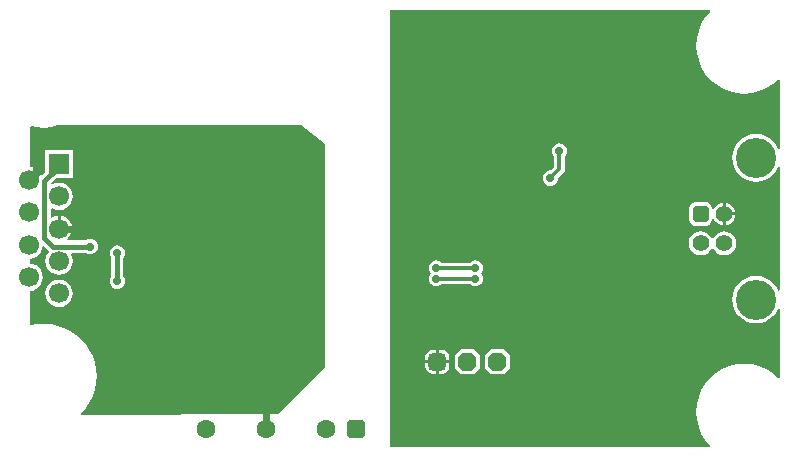
<source format=gbl>
G04*
G04 #@! TF.GenerationSoftware,Altium Limited,Altium Designer,24.3.1 (35)*
G04*
G04 Layer_Physical_Order=2*
G04 Layer_Color=16711680*
%FSLAX25Y25*%
%MOIN*%
G70*
G04*
G04 #@! TF.SameCoordinates,DD41D466-AE5E-4816-99C6-3666686ED4B2*
G04*
G04*
G04 #@! TF.FilePolarity,Positive*
G04*
G01*
G75*
%ADD28C,0.01181*%
%ADD60C,0.01575*%
%ADD61C,0.02362*%
%ADD66C,0.06693*%
%ADD67R,0.06693X0.06693*%
G04:AMPARAMS|DCode=68|XSize=59.06mil|YSize=59.06mil|CornerRadius=14.76mil|HoleSize=0mil|Usage=FLASHONLY|Rotation=0.000|XOffset=0mil|YOffset=0mil|HoleType=Round|Shape=RoundedRectangle|*
%AMROUNDEDRECTD68*
21,1,0.05906,0.02953,0,0,0.0*
21,1,0.02953,0.05906,0,0,0.0*
1,1,0.02953,0.01476,-0.01476*
1,1,0.02953,-0.01476,-0.01476*
1,1,0.02953,-0.01476,0.01476*
1,1,0.02953,0.01476,0.01476*
%
%ADD68ROUNDEDRECTD68*%
G04:AMPARAMS|DCode=69|XSize=59.06mil|YSize=59.06mil|CornerRadius=0mil|HoleSize=0mil|Usage=FLASHONLY|Rotation=0.000|XOffset=0mil|YOffset=0mil|HoleType=Round|Shape=Octagon|*
%AMOCTAGOND69*
4,1,8,0.02953,-0.01476,0.02953,0.01476,0.01476,0.02953,-0.01476,0.02953,-0.02953,0.01476,-0.02953,-0.01476,-0.01476,-0.02953,0.01476,-0.02953,0.02953,-0.01476,0.0*
%
%ADD69OCTAGOND69*%

%ADD70C,0.13386*%
%ADD71C,0.05512*%
G04:AMPARAMS|DCode=72|XSize=55.12mil|YSize=55.12mil|CornerRadius=13.78mil|HoleSize=0mil|Usage=FLASHONLY|Rotation=90.000|XOffset=0mil|YOffset=0mil|HoleType=Round|Shape=RoundedRectangle|*
%AMROUNDEDRECTD72*
21,1,0.05512,0.02756,0,0,90.0*
21,1,0.02756,0.05512,0,0,90.0*
1,1,0.02756,0.01378,0.01378*
1,1,0.02756,0.01378,-0.01378*
1,1,0.02756,-0.01378,-0.01378*
1,1,0.02756,-0.01378,0.01378*
%
%ADD72ROUNDEDRECTD72*%
%ADD73C,0.06299*%
G04:AMPARAMS|DCode=74|XSize=62.99mil|YSize=62.99mil|CornerRadius=15.75mil|HoleSize=0mil|Usage=FLASHONLY|Rotation=0.000|XOffset=0mil|YOffset=0mil|HoleType=Round|Shape=RoundedRectangle|*
%AMROUNDEDRECTD74*
21,1,0.06299,0.03150,0,0,0.0*
21,1,0.03150,0.06299,0,0,0.0*
1,1,0.03150,0.01575,-0.01575*
1,1,0.03150,-0.01575,-0.01575*
1,1,0.03150,-0.01575,0.01575*
1,1,0.03150,0.01575,0.01575*
%
%ADD74ROUNDEDRECTD74*%
%ADD75C,0.02756*%
G36*
X116142Y104904D02*
X116142Y30512D01*
X100465Y14835D01*
X35032Y14749D01*
X34977Y14896D01*
X34911Y15249D01*
X36372Y16915D01*
X37643Y18816D01*
X38655Y20868D01*
X39390Y23033D01*
X39836Y25277D01*
X39985Y27559D01*
X39836Y29841D01*
X39390Y32085D01*
X38655Y34251D01*
X37643Y36302D01*
X36372Y38203D01*
X34864Y39923D01*
X33145Y41431D01*
X31243Y42702D01*
X29191Y43714D01*
X27026Y44449D01*
X24782Y44895D01*
X22500Y45044D01*
X20218Y44895D01*
X18216Y44497D01*
X17717Y44832D01*
Y56033D01*
X18687Y56161D01*
X19793Y56619D01*
X20743Y57348D01*
X21471Y58298D01*
X21929Y59404D01*
X22086Y60590D01*
X21929Y61777D01*
X21471Y62883D01*
X20743Y63833D01*
X19793Y64562D01*
X18687Y65020D01*
X17717Y65148D01*
Y66821D01*
X18687Y66948D01*
X19793Y67407D01*
X20743Y68135D01*
X21471Y69085D01*
X21929Y70191D01*
X22018Y70866D01*
X22546Y71045D01*
X23961Y69630D01*
X24188Y69321D01*
X24014Y68910D01*
X23529Y68277D01*
X23071Y67171D01*
X22914Y65984D01*
X23071Y64797D01*
X23529Y63691D01*
X24257Y62742D01*
X25207Y62013D01*
X26313Y61555D01*
X27500Y61399D01*
X28687Y61555D01*
X29793Y62013D01*
X30743Y62742D01*
X31471Y63691D01*
X31929Y64797D01*
X32086Y65984D01*
X31929Y67171D01*
X31471Y68277D01*
X31426Y68336D01*
X31647Y68785D01*
X36343D01*
X36637Y68559D01*
X37264Y68299D01*
X37937Y68211D01*
X38610Y68299D01*
X39237Y68559D01*
X39776Y68972D01*
X40189Y69511D01*
X40449Y70138D01*
X40537Y70811D01*
X40449Y71484D01*
X40189Y72111D01*
X39776Y72650D01*
X39237Y73063D01*
X38610Y73323D01*
X37937Y73411D01*
X37264Y73323D01*
X36637Y73063D01*
X36343Y72837D01*
X30334D01*
X30164Y73337D01*
X30600Y73672D01*
X31297Y74580D01*
X31735Y75637D01*
X31818Y76272D01*
X27500D01*
Y76772D01*
X27000D01*
Y81090D01*
X26365Y81006D01*
X25308Y80568D01*
X25113Y80418D01*
X24664Y80639D01*
Y83439D01*
X25113Y83660D01*
X25207Y83588D01*
X26313Y83130D01*
X27500Y82973D01*
X28687Y83130D01*
X29793Y83588D01*
X30743Y84316D01*
X31471Y85266D01*
X31929Y86372D01*
X32086Y87559D01*
X31929Y88746D01*
X31471Y89852D01*
X30743Y90802D01*
X29793Y91530D01*
X28687Y91988D01*
X27500Y92145D01*
X26313Y91988D01*
X25207Y91530D01*
X24914Y91930D01*
X26784Y93800D01*
X32046D01*
Y102893D01*
X22954D01*
Y95701D01*
X21937Y94685D01*
X21447Y94782D01*
X21297Y95145D01*
X20600Y96053D01*
X19692Y96749D01*
X18635Y97187D01*
X17717Y97308D01*
Y110810D01*
X18109Y111119D01*
X20071Y110648D01*
X22500Y110457D01*
X24929Y110648D01*
X27298Y111217D01*
X27307Y111221D01*
X108156D01*
X116142Y104904D01*
D02*
G37*
G36*
X244493Y149361D02*
X244543Y149072D01*
X242951Y147208D01*
X241638Y145065D01*
X240676Y142744D01*
X240090Y140300D01*
X239892Y137795D01*
X240090Y135290D01*
X240676Y132847D01*
X241638Y130526D01*
X242951Y128383D01*
X244583Y126472D01*
X246493Y124840D01*
X248636Y123528D01*
X250957Y122566D01*
X253400Y121979D01*
X255906Y121782D01*
X258411Y121979D01*
X260854Y122566D01*
X263175Y123528D01*
X265318Y124840D01*
X267183Y126433D01*
X267471Y126383D01*
X267683Y126305D01*
Y103461D01*
X267183Y103387D01*
X267170Y103429D01*
X266437Y104800D01*
X265451Y106002D01*
X264249Y106988D01*
X262878Y107721D01*
X261390Y108172D01*
X259842Y108325D01*
X258295Y108172D01*
X256807Y107721D01*
X255436Y106988D01*
X254234Y106002D01*
X253248Y104800D01*
X252515Y103429D01*
X252064Y101941D01*
X251911Y100394D01*
X252064Y98846D01*
X252515Y97359D01*
X253248Y95987D01*
X254234Y94786D01*
X255436Y93799D01*
X256807Y93066D01*
X258295Y92615D01*
X259842Y92463D01*
X261390Y92615D01*
X262878Y93066D01*
X264249Y93799D01*
X265451Y94786D01*
X266437Y95987D01*
X267170Y97359D01*
X267183Y97400D01*
X267683Y97326D01*
Y56217D01*
X267183Y56143D01*
X267170Y56185D01*
X266437Y57556D01*
X265451Y58758D01*
X264249Y59744D01*
X262878Y60477D01*
X261390Y60928D01*
X259842Y61081D01*
X258295Y60928D01*
X256807Y60477D01*
X255436Y59744D01*
X254234Y58758D01*
X253248Y57556D01*
X252515Y56185D01*
X252064Y54697D01*
X251911Y53150D01*
X252064Y51602D01*
X252515Y50115D01*
X253248Y48743D01*
X254234Y47541D01*
X255436Y46555D01*
X256807Y45822D01*
X258295Y45371D01*
X259842Y45219D01*
X261390Y45371D01*
X262878Y45822D01*
X264249Y46555D01*
X265451Y47541D01*
X266437Y48743D01*
X267170Y50115D01*
X267183Y50156D01*
X267683Y50082D01*
Y27239D01*
X267471Y27160D01*
X267183Y27110D01*
X265318Y28703D01*
X263175Y30016D01*
X260854Y30977D01*
X258411Y31564D01*
X255906Y31761D01*
X253400Y31564D01*
X250957Y30977D01*
X248636Y30016D01*
X246493Y28703D01*
X244583Y27071D01*
X242951Y25160D01*
X241638Y23018D01*
X240676Y20696D01*
X240090Y18253D01*
X239892Y15748D01*
X240090Y13243D01*
X240676Y10800D01*
X241638Y8478D01*
X242951Y6336D01*
X244543Y4471D01*
X244493Y4183D01*
X244415Y3971D01*
X137795D01*
Y149572D01*
X244415D01*
X244493Y149361D01*
D02*
G37*
%LPC*%
G36*
X28000Y81090D02*
Y77272D01*
X31818D01*
X31735Y77906D01*
X31297Y78964D01*
X30600Y79872D01*
X29692Y80568D01*
X28635Y81006D01*
X28000Y81090D01*
D02*
G37*
G36*
X46937Y71177D02*
X46264Y71088D01*
X45637Y70828D01*
X45098Y70415D01*
X44685Y69876D01*
X44425Y69249D01*
X44337Y68576D01*
X44425Y67903D01*
X44685Y67276D01*
X44911Y66982D01*
Y60905D01*
X44685Y60611D01*
X44425Y59984D01*
X44337Y59311D01*
X44425Y58638D01*
X44685Y58011D01*
X45098Y57472D01*
X45637Y57059D01*
X46264Y56799D01*
X46937Y56711D01*
X47610Y56799D01*
X48237Y57059D01*
X48776Y57472D01*
X49189Y58011D01*
X49449Y58638D01*
X49537Y59311D01*
X49449Y59984D01*
X49189Y60611D01*
X48963Y60905D01*
Y66982D01*
X49189Y67276D01*
X49449Y67903D01*
X49537Y68576D01*
X49449Y69249D01*
X49189Y69876D01*
X48776Y70415D01*
X48237Y70828D01*
X47610Y71088D01*
X46937Y71177D01*
D02*
G37*
G36*
X27500Y59782D02*
X26313Y59626D01*
X25207Y59168D01*
X24257Y58439D01*
X23529Y57490D01*
X23071Y56384D01*
X22914Y55197D01*
X23071Y54010D01*
X23529Y52904D01*
X24257Y51954D01*
X25207Y51226D01*
X26313Y50767D01*
X27500Y50611D01*
X28687Y50767D01*
X29793Y51226D01*
X30743Y51954D01*
X31471Y52904D01*
X31929Y54010D01*
X32086Y55197D01*
X31929Y56384D01*
X31471Y57490D01*
X30743Y58439D01*
X29793Y59168D01*
X28687Y59626D01*
X27500Y59782D01*
D02*
G37*
G36*
X194299Y105214D02*
X193626Y105126D01*
X192999Y104866D01*
X192461Y104453D01*
X192047Y103914D01*
X191788Y103287D01*
X191699Y102614D01*
X191788Y101941D01*
X192047Y101314D01*
X192461Y100776D01*
X192474Y100766D01*
Y97370D01*
X191315Y96212D01*
X191299Y96214D01*
X190626Y96126D01*
X189999Y95866D01*
X189461Y95453D01*
X189047Y94914D01*
X188788Y94287D01*
X188699Y93614D01*
X188788Y92941D01*
X189047Y92314D01*
X189461Y91776D01*
X189999Y91362D01*
X190626Y91103D01*
X191299Y91014D01*
X191972Y91103D01*
X192599Y91362D01*
X193138Y91776D01*
X193551Y92314D01*
X193811Y92941D01*
X193899Y93614D01*
X193897Y93630D01*
X195590Y95323D01*
X195590Y95323D01*
X195986Y95916D01*
X196125Y96614D01*
X196125Y96614D01*
Y100766D01*
X196138Y100776D01*
X196551Y101314D01*
X196811Y101941D01*
X196899Y102614D01*
X196811Y103287D01*
X196551Y103914D01*
X196138Y104453D01*
X195599Y104866D01*
X194972Y105126D01*
X194299Y105214D01*
D02*
G37*
G36*
X249713Y85415D02*
Y82193D01*
X252935D01*
X252872Y82673D01*
X252493Y83587D01*
X251891Y84372D01*
X251107Y84974D01*
X250193Y85352D01*
X249713Y85415D01*
D02*
G37*
G36*
X252935Y81193D02*
X249713D01*
Y77970D01*
X250193Y78034D01*
X251107Y78412D01*
X251891Y79014D01*
X252493Y79799D01*
X252872Y80712D01*
X252935Y81193D01*
D02*
G37*
G36*
X242717Y85671D02*
X239961D01*
X239288Y85583D01*
X238661Y85323D01*
X238122Y84909D01*
X237709Y84371D01*
X237449Y83744D01*
X237360Y83071D01*
Y80315D01*
X237449Y79642D01*
X237709Y79015D01*
X238122Y78476D01*
X238661Y78063D01*
X239288Y77803D01*
X239961Y77715D01*
X242717D01*
X243390Y77803D01*
X244017Y78063D01*
X244555Y78476D01*
X244968Y79015D01*
X245228Y79642D01*
X245283Y80059D01*
X245796Y80126D01*
X245932Y79799D01*
X246534Y79014D01*
X247318Y78412D01*
X248232Y78034D01*
X248713Y77970D01*
Y81693D01*
Y85415D01*
X248232Y85352D01*
X247318Y84974D01*
X246534Y84372D01*
X245932Y83587D01*
X245796Y83260D01*
X245283Y83327D01*
X245228Y83744D01*
X244968Y84371D01*
X244555Y84909D01*
X244017Y85323D01*
X243390Y85583D01*
X242717Y85671D01*
D02*
G37*
G36*
X249213Y75840D02*
X248180Y75704D01*
X247218Y75306D01*
X246391Y74672D01*
X245757Y73845D01*
X245546Y73336D01*
X245005D01*
X244794Y73845D01*
X244160Y74672D01*
X243334Y75306D01*
X242371Y75704D01*
X241339Y75840D01*
X240306Y75704D01*
X239344Y75306D01*
X238517Y74672D01*
X237883Y73845D01*
X237485Y72883D01*
X237349Y71850D01*
X237485Y70818D01*
X237883Y69855D01*
X238517Y69029D01*
X239344Y68395D01*
X240306Y67996D01*
X241339Y67860D01*
X242371Y67996D01*
X243334Y68395D01*
X244160Y69029D01*
X244794Y69855D01*
X245005Y70365D01*
X245546D01*
X245757Y69855D01*
X246391Y69029D01*
X247218Y68395D01*
X248180Y67996D01*
X249213Y67860D01*
X250245Y67996D01*
X251208Y68395D01*
X252034Y69029D01*
X252668Y69855D01*
X253067Y70818D01*
X253203Y71850D01*
X253067Y72883D01*
X252668Y73845D01*
X252034Y74672D01*
X251208Y75306D01*
X250245Y75704D01*
X249213Y75840D01*
D02*
G37*
G36*
X166299Y66214D02*
X165626Y66126D01*
X164999Y65866D01*
X164461Y65453D01*
X164451Y65440D01*
X155148D01*
X155138Y65453D01*
X154599Y65866D01*
X153972Y66126D01*
X153299Y66214D01*
X152626Y66126D01*
X151999Y65866D01*
X151461Y65453D01*
X151047Y64914D01*
X150788Y64287D01*
X150699Y63614D01*
X150788Y62941D01*
X151047Y62314D01*
X151393Y61864D01*
X151047Y61414D01*
X150788Y60787D01*
X150699Y60114D01*
X150788Y59441D01*
X151047Y58814D01*
X151461Y58276D01*
X151999Y57862D01*
X152626Y57603D01*
X153299Y57514D01*
X153972Y57603D01*
X154599Y57862D01*
X155138Y58276D01*
X155148Y58289D01*
X164451D01*
X164461Y58276D01*
X164999Y57862D01*
X165626Y57603D01*
X166299Y57514D01*
X166972Y57603D01*
X167599Y57862D01*
X168138Y58276D01*
X168551Y58814D01*
X168811Y59441D01*
X168899Y60114D01*
X168811Y60787D01*
X168551Y61414D01*
X168206Y61864D01*
X168551Y62314D01*
X168811Y62941D01*
X168899Y63614D01*
X168811Y64287D01*
X168551Y64914D01*
X168138Y65453D01*
X167599Y65866D01*
X166972Y66126D01*
X166299Y66214D01*
D02*
G37*
G36*
X155059Y36482D02*
X154083D01*
Y32980D01*
X157584D01*
Y33957D01*
X157392Y34923D01*
X156844Y35742D01*
X156025Y36289D01*
X155059Y36482D01*
D02*
G37*
G36*
X153083D02*
X152106D01*
X151140Y36289D01*
X150321Y35742D01*
X149774Y34923D01*
X149581Y33957D01*
Y32980D01*
X153083D01*
Y36482D01*
D02*
G37*
G36*
X157584Y31980D02*
X154083D01*
Y28479D01*
X155059D01*
X156025Y28671D01*
X156844Y29219D01*
X157392Y30038D01*
X157584Y31004D01*
Y31980D01*
D02*
G37*
G36*
X153083D02*
X149581D01*
Y31004D01*
X149774Y30038D01*
X150321Y29219D01*
X151140Y28671D01*
X152106Y28479D01*
X153083D01*
Y31980D01*
D02*
G37*
G36*
X175659Y36633D02*
X171506D01*
X169430Y34557D01*
Y30404D01*
X171506Y28328D01*
X175659D01*
X177735Y30404D01*
Y34557D01*
X175659Y36633D01*
D02*
G37*
G36*
X165659D02*
X161506D01*
X159430Y34557D01*
Y30404D01*
X161506Y28328D01*
X165659D01*
X167735Y30404D01*
Y34557D01*
X165659Y36633D01*
D02*
G37*
%LPD*%
D28*
X191299Y93614D02*
X194299Y96614D01*
Y102614D01*
X153299Y63614D02*
X166299D01*
X153299Y60114D02*
X166299D01*
D60*
X22638Y92520D02*
X27500Y97382D01*
Y98347D01*
X22638Y73819D02*
Y92520D01*
X25646Y70811D02*
X37937D01*
X22638Y73819D02*
X25646Y70811D01*
X46937Y59311D02*
Y68576D01*
D61*
X27500Y76772D02*
X32480D01*
X19685Y95138D02*
Y99410D01*
X17500Y92953D02*
X19685Y95138D01*
X96457Y9843D02*
Y16732D01*
D66*
X17500Y60590D02*
D03*
Y71378D02*
D03*
Y82165D02*
D03*
Y92953D02*
D03*
X27500Y55197D02*
D03*
Y65984D02*
D03*
Y76772D02*
D03*
Y87559D02*
D03*
D67*
Y98347D02*
D03*
D68*
X153583Y32480D02*
D03*
D69*
X163583D02*
D03*
X173583D02*
D03*
D70*
X259842Y53150D02*
D03*
Y100394D02*
D03*
D71*
X249213Y71850D02*
D03*
Y81693D02*
D03*
X241339Y71850D02*
D03*
D72*
Y81693D02*
D03*
D73*
X96457Y9843D02*
D03*
X76457D02*
D03*
X116457D02*
D03*
D74*
X126457Y9843D02*
D03*
D75*
X114173Y70866D02*
D03*
X101378Y91535D02*
D03*
Y60039D02*
D03*
X139764Y147638D02*
D03*
X171260Y20669D02*
D03*
X208858Y31299D02*
D03*
X175787Y47835D02*
D03*
X215945Y36417D02*
D03*
X237992Y106890D02*
D03*
X228937Y110827D02*
D03*
X163299Y46114D02*
D03*
X142299Y41114D02*
D03*
X88583Y53150D02*
D03*
X146799Y102114D02*
D03*
X191299Y93614D02*
D03*
X194299Y102614D02*
D03*
X183299Y104614D02*
D03*
X164799Y121114D02*
D03*
X139764Y15748D02*
D03*
X37937Y70811D02*
D03*
X46937Y68576D02*
D03*
X226969Y90354D02*
D03*
X105315Y39370D02*
D03*
X88583Y84646D02*
D03*
X114173Y102362D02*
D03*
X46937Y59311D02*
D03*
X47937Y39811D02*
D03*
X55937Y71811D02*
D03*
Y83811D02*
D03*
X153299Y60114D02*
D03*
Y63614D02*
D03*
X166299Y60114D02*
D03*
Y63614D02*
D03*
X164299Y70614D02*
D03*
X206299Y91114D02*
D03*
X208299Y49614D02*
D03*
X231102Y66732D02*
D03*
X192323Y32874D02*
D03*
X51181Y107283D02*
D03*
X144299Y74614D02*
D03*
M02*

</source>
